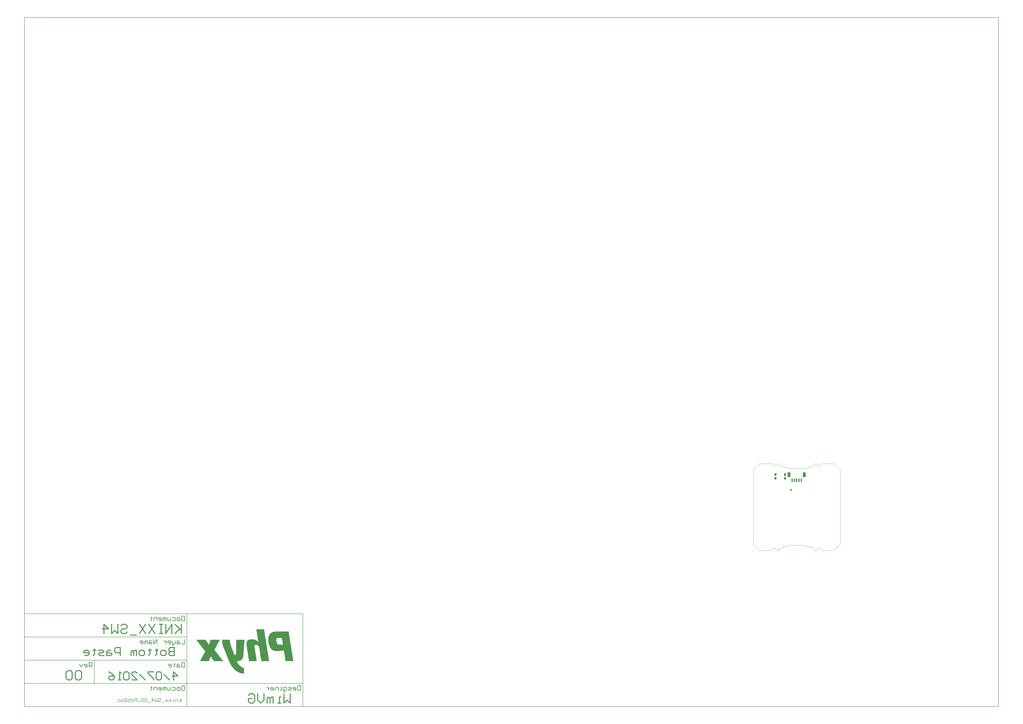
<source format=gbp>
G04 Layer_Color=128*
%FSLAX25Y25*%
%MOIN*%
G70*
G01*
G75*
%ADD10C,0.00787*%
%ADD43C,0.01575*%
%ADD45C,0.00984*%
%ADD46C,0.00394*%
%ADD56R,0.02362X0.06102*%
%ADD57R,0.04724X0.07874*%
%ADD58R,0.03543X0.03937*%
%ADD59C,0.03150*%
G36*
X-6906Y-225449D02*
Y-225736D01*
Y-226022D01*
Y-226308D01*
Y-226595D01*
Y-226881D01*
Y-227167D01*
Y-227453D01*
Y-227740D01*
Y-228026D01*
Y-228312D01*
Y-228599D01*
Y-228885D01*
Y-229171D01*
Y-229458D01*
Y-229744D01*
Y-230030D01*
Y-230317D01*
Y-230603D01*
Y-230889D01*
Y-231176D01*
X-6620D01*
Y-231462D01*
Y-231748D01*
Y-232034D01*
Y-232321D01*
Y-232607D01*
X-6334D01*
Y-232893D01*
Y-233180D01*
Y-233466D01*
Y-233752D01*
X-6047D01*
Y-234039D01*
Y-234325D01*
Y-234611D01*
Y-234898D01*
X-5761D01*
Y-235184D01*
Y-235470D01*
Y-235757D01*
X-5475D01*
Y-236043D01*
Y-236329D01*
Y-236615D01*
X-5189D01*
Y-236902D01*
Y-237188D01*
Y-237474D01*
X-4902D01*
Y-237761D01*
Y-238047D01*
Y-238333D01*
X-4616D01*
Y-238620D01*
Y-238906D01*
X-4329D01*
Y-239192D01*
Y-239479D01*
X-4043D01*
Y-239765D01*
Y-240051D01*
Y-240338D01*
X-3757D01*
Y-240624D01*
Y-240910D01*
X-3471D01*
Y-241196D01*
Y-241483D01*
Y-241769D01*
X-3184D01*
Y-242056D01*
Y-242342D01*
X-2898D01*
Y-242628D01*
Y-242914D01*
Y-243201D01*
X-2612D01*
Y-243487D01*
Y-243773D01*
X-2325D01*
Y-244060D01*
Y-244346D01*
Y-244632D01*
X-2039D01*
Y-244919D01*
Y-245205D01*
X-1753D01*
Y-245491D01*
Y-245778D01*
Y-246064D01*
X-1466D01*
Y-246350D01*
Y-246637D01*
X-1180D01*
Y-246923D01*
Y-247209D01*
Y-247495D01*
X-894D01*
Y-247782D01*
Y-248068D01*
X-607D01*
Y-248354D01*
Y-248641D01*
Y-248927D01*
X-321D01*
Y-249213D01*
Y-249500D01*
X-35D01*
Y-249786D01*
Y-250072D01*
Y-250359D01*
X251D01*
Y-250645D01*
Y-250931D01*
X538D01*
Y-251218D01*
Y-251504D01*
Y-251790D01*
X824D01*
Y-252076D01*
Y-252363D01*
X1110D01*
Y-252649D01*
Y-252935D01*
Y-253222D01*
X1397D01*
Y-253508D01*
Y-253794D01*
X1683D01*
Y-254081D01*
Y-254367D01*
Y-254653D01*
X1969D01*
Y-254940D01*
Y-255226D01*
X2256D01*
Y-255512D01*
Y-255799D01*
Y-256085D01*
X2542D01*
Y-256371D01*
Y-256657D01*
X2828D01*
Y-256944D01*
Y-257230D01*
Y-257516D01*
X3115D01*
Y-257803D01*
Y-258089D01*
X3401D01*
Y-258375D01*
Y-258662D01*
Y-258948D01*
X3687D01*
Y-259234D01*
Y-259521D01*
X3974D01*
Y-259807D01*
Y-260093D01*
Y-260380D01*
X4260D01*
Y-260666D01*
Y-260952D01*
X4546D01*
Y-261238D01*
Y-261525D01*
Y-261811D01*
X4832D01*
Y-262097D01*
Y-262384D01*
X5119D01*
Y-262670D01*
Y-262956D01*
X5405D01*
Y-263243D01*
Y-263529D01*
X5691D01*
Y-263815D01*
Y-264102D01*
Y-264388D01*
X5978D01*
Y-264674D01*
X6264D01*
Y-264961D01*
Y-265247D01*
Y-265533D01*
X6550D01*
Y-265819D01*
X6837D01*
Y-266106D01*
Y-266392D01*
X7123D01*
Y-266678D01*
Y-266965D01*
X7409D01*
Y-267251D01*
Y-267537D01*
X7696D01*
Y-267824D01*
Y-268110D01*
X7982D01*
Y-268396D01*
X8268D01*
Y-268683D01*
Y-268969D01*
X8555D01*
Y-269255D01*
Y-269542D01*
X8841D01*
Y-269828D01*
X9127D01*
Y-270114D01*
X9414D01*
Y-270400D01*
Y-270687D01*
X9700D01*
Y-270973D01*
X9986D01*
Y-271259D01*
Y-271546D01*
X10272D01*
Y-271832D01*
X10559D01*
Y-272118D01*
X10845D01*
Y-272405D01*
Y-272691D01*
X11131D01*
Y-272977D01*
X11418D01*
Y-273264D01*
X11704D01*
Y-273550D01*
X11990D01*
Y-273836D01*
X12277D01*
Y-274123D01*
Y-274409D01*
X12563D01*
Y-274695D01*
X12849D01*
Y-274981D01*
X13136D01*
Y-275268D01*
X13422D01*
Y-275554D01*
X13708D01*
Y-275840D01*
X13995D01*
Y-276127D01*
X14281D01*
Y-276413D01*
X14853D01*
Y-276699D01*
X15140D01*
Y-276986D01*
X15426D01*
Y-277272D01*
X15712D01*
Y-277558D01*
X15999D01*
Y-277845D01*
X16571D01*
Y-278131D01*
X16858D01*
Y-278417D01*
X17430D01*
Y-278703D01*
X17717D01*
Y-278990D01*
X18289D01*
Y-279276D01*
X18575D01*
Y-279562D01*
X19148D01*
Y-279849D01*
X19721D01*
Y-280135D01*
X20293D01*
Y-280421D01*
X20866D01*
Y-280708D01*
X21439D01*
Y-280994D01*
X22298D01*
Y-281280D01*
X22870D01*
Y-281567D01*
X23729D01*
Y-281853D01*
X24874D01*
Y-282139D01*
X26020D01*
Y-282426D01*
X27738D01*
Y-282712D01*
X29742D01*
Y-282998D01*
X30028D01*
Y-282712D01*
Y-282426D01*
Y-282139D01*
Y-281853D01*
Y-281567D01*
Y-281280D01*
Y-280994D01*
Y-280708D01*
Y-280421D01*
Y-280135D01*
Y-279849D01*
Y-279562D01*
Y-279276D01*
Y-278990D01*
Y-278703D01*
Y-278417D01*
Y-278131D01*
Y-277845D01*
Y-277558D01*
Y-277272D01*
Y-276986D01*
Y-276699D01*
Y-276413D01*
Y-276127D01*
Y-275840D01*
Y-275554D01*
Y-275268D01*
Y-274981D01*
Y-274695D01*
Y-274409D01*
Y-274123D01*
Y-273836D01*
Y-273550D01*
X29455D01*
Y-273264D01*
X28883D01*
Y-272977D01*
X28310D01*
Y-272691D01*
X27738D01*
Y-272405D01*
X27165D01*
Y-272118D01*
X26592D01*
Y-271832D01*
X26306D01*
Y-271546D01*
X25733D01*
Y-271259D01*
X25447D01*
Y-270973D01*
X24874D01*
Y-270687D01*
X24588D01*
Y-270400D01*
X24302D01*
Y-270114D01*
X23729D01*
Y-269828D01*
X23443D01*
Y-269542D01*
X23156D01*
Y-269255D01*
X22870D01*
Y-268969D01*
X22584D01*
Y-268683D01*
X22298D01*
Y-268396D01*
X22011D01*
Y-268110D01*
X21725D01*
Y-267824D01*
X21439D01*
Y-267537D01*
X21152D01*
Y-267251D01*
X20866D01*
Y-266965D01*
X20580D01*
Y-266678D01*
Y-266392D01*
X20293D01*
Y-266106D01*
X20007D01*
Y-265819D01*
X19721D01*
Y-265533D01*
Y-265247D01*
X19434D01*
Y-264961D01*
X19148D01*
Y-264674D01*
Y-264388D01*
X18862D01*
Y-264102D01*
Y-263815D01*
X18575D01*
Y-263529D01*
X18289D01*
Y-263243D01*
Y-262956D01*
X18003D01*
Y-262670D01*
Y-262384D01*
X17717D01*
Y-262097D01*
Y-261811D01*
X19434D01*
Y-261525D01*
X21439D01*
Y-261238D01*
X22584D01*
Y-260952D01*
X23156D01*
Y-260666D01*
X24015D01*
Y-260380D01*
X24588D01*
Y-260093D01*
X24874D01*
Y-259807D01*
X25447D01*
Y-259521D01*
X25733D01*
Y-259234D01*
X26020D01*
Y-258948D01*
X26306D01*
Y-258662D01*
X26592D01*
Y-258375D01*
X26879D01*
Y-258089D01*
Y-257803D01*
X27165D01*
Y-257516D01*
X27451D01*
Y-257230D01*
Y-256944D01*
X27738D01*
Y-256657D01*
Y-256371D01*
X28024D01*
Y-256085D01*
Y-255799D01*
X28310D01*
Y-255512D01*
Y-255226D01*
Y-254940D01*
X28596D01*
Y-254653D01*
Y-254367D01*
Y-254081D01*
Y-253794D01*
X28883D01*
Y-253508D01*
Y-253222D01*
Y-252935D01*
Y-252649D01*
Y-252363D01*
Y-252076D01*
Y-251790D01*
X29169D01*
Y-251504D01*
Y-251218D01*
Y-250931D01*
Y-250645D01*
Y-250359D01*
Y-250072D01*
Y-249786D01*
Y-249500D01*
Y-249213D01*
Y-248927D01*
Y-248641D01*
Y-248354D01*
Y-248068D01*
Y-247782D01*
Y-247495D01*
X29455D01*
Y-247209D01*
Y-246923D01*
Y-246637D01*
Y-246350D01*
Y-246064D01*
Y-245778D01*
Y-245491D01*
Y-245205D01*
Y-244919D01*
Y-244632D01*
Y-244346D01*
Y-244060D01*
Y-243773D01*
Y-243487D01*
Y-243201D01*
X29742D01*
Y-242914D01*
Y-242628D01*
Y-242342D01*
Y-242056D01*
Y-241769D01*
Y-241483D01*
Y-241196D01*
Y-240910D01*
Y-240624D01*
Y-240338D01*
Y-240051D01*
Y-239765D01*
Y-239479D01*
Y-239192D01*
Y-238906D01*
Y-238620D01*
X30028D01*
Y-238333D01*
Y-238047D01*
Y-237761D01*
Y-237474D01*
Y-237188D01*
Y-236902D01*
Y-236615D01*
Y-236329D01*
Y-236043D01*
Y-235757D01*
Y-235470D01*
Y-235184D01*
Y-234898D01*
Y-234611D01*
Y-234325D01*
Y-234039D01*
X30314D01*
Y-233752D01*
Y-233466D01*
Y-233180D01*
Y-232893D01*
Y-232607D01*
Y-232321D01*
Y-232034D01*
Y-231748D01*
Y-231462D01*
Y-231176D01*
Y-230889D01*
Y-230603D01*
Y-230317D01*
Y-230030D01*
X30601D01*
Y-229744D01*
Y-229458D01*
Y-229171D01*
Y-228885D01*
Y-228599D01*
Y-228312D01*
Y-228026D01*
Y-227740D01*
Y-227453D01*
Y-227167D01*
Y-226881D01*
Y-226595D01*
Y-226308D01*
Y-226022D01*
Y-225736D01*
Y-225449D01*
X30887D01*
Y-225163D01*
X17144D01*
Y-225449D01*
Y-225736D01*
Y-226022D01*
Y-226308D01*
Y-226595D01*
Y-226881D01*
Y-227167D01*
Y-227453D01*
Y-227740D01*
Y-228026D01*
Y-228312D01*
Y-228599D01*
Y-228885D01*
Y-229171D01*
X16858D01*
Y-229458D01*
Y-229744D01*
Y-230030D01*
Y-230317D01*
Y-230603D01*
Y-230889D01*
Y-231176D01*
Y-231462D01*
Y-231748D01*
Y-232034D01*
Y-232321D01*
Y-232607D01*
Y-232893D01*
Y-233180D01*
Y-233466D01*
Y-233752D01*
Y-234039D01*
Y-234325D01*
Y-234611D01*
Y-234898D01*
Y-235184D01*
Y-235470D01*
Y-235757D01*
Y-236043D01*
Y-236329D01*
Y-236615D01*
Y-236902D01*
Y-237188D01*
Y-237474D01*
Y-237761D01*
Y-238047D01*
Y-238333D01*
Y-238620D01*
Y-238906D01*
Y-239192D01*
Y-239479D01*
Y-239765D01*
Y-240051D01*
Y-240338D01*
Y-240624D01*
Y-240910D01*
X16571D01*
Y-241196D01*
X16858D01*
Y-241483D01*
Y-241769D01*
X16571D01*
Y-242056D01*
Y-242342D01*
Y-242628D01*
Y-242914D01*
Y-243201D01*
Y-243487D01*
Y-243773D01*
Y-244060D01*
Y-244346D01*
Y-244632D01*
Y-244919D01*
Y-245205D01*
Y-245491D01*
Y-245778D01*
Y-246064D01*
Y-246350D01*
Y-246637D01*
Y-246923D01*
Y-247209D01*
Y-247495D01*
Y-247782D01*
Y-248068D01*
Y-248354D01*
Y-248641D01*
Y-248927D01*
Y-249213D01*
X16285D01*
Y-249500D01*
Y-249786D01*
Y-250072D01*
X15999D01*
Y-250359D01*
X15712D01*
Y-250645D01*
X15426D01*
Y-250931D01*
X14567D01*
Y-251218D01*
X13708D01*
Y-250931D01*
X13422D01*
Y-250645D01*
Y-250359D01*
Y-250072D01*
X13136D01*
Y-249786D01*
Y-249500D01*
X12849D01*
Y-249213D01*
Y-248927D01*
Y-248641D01*
X12563D01*
Y-248354D01*
Y-248068D01*
Y-247782D01*
X12277D01*
Y-247495D01*
Y-247209D01*
Y-246923D01*
X11990D01*
Y-246637D01*
Y-246350D01*
Y-246064D01*
X11704D01*
Y-245778D01*
Y-245491D01*
X11418D01*
Y-245205D01*
Y-244919D01*
Y-244632D01*
X11131D01*
Y-244346D01*
Y-244060D01*
Y-243773D01*
X10845D01*
Y-243487D01*
Y-243201D01*
Y-242914D01*
X10559D01*
Y-242628D01*
Y-242342D01*
X10272D01*
Y-242056D01*
Y-241769D01*
Y-241483D01*
X9986D01*
Y-241196D01*
Y-240910D01*
Y-240624D01*
X9700D01*
Y-240338D01*
Y-240051D01*
Y-239765D01*
X9414D01*
Y-239479D01*
Y-239192D01*
X9127D01*
Y-238906D01*
Y-238620D01*
Y-238333D01*
X8841D01*
Y-238047D01*
Y-237761D01*
Y-237474D01*
X8555D01*
Y-237188D01*
Y-236902D01*
Y-236615D01*
X8268D01*
Y-236329D01*
Y-236043D01*
X7982D01*
Y-235757D01*
Y-235470D01*
Y-235184D01*
X7696D01*
Y-234898D01*
Y-234611D01*
Y-234325D01*
X7409D01*
Y-234039D01*
Y-233752D01*
Y-233466D01*
X7123D01*
Y-233180D01*
Y-232893D01*
Y-232607D01*
Y-232321D01*
X6837D01*
Y-232034D01*
Y-231748D01*
Y-231462D01*
Y-231176D01*
X6550D01*
Y-230889D01*
Y-230603D01*
Y-230317D01*
Y-230030D01*
Y-229744D01*
X6264D01*
Y-229458D01*
Y-229171D01*
Y-228885D01*
Y-228599D01*
Y-228312D01*
Y-228026D01*
X5978D01*
Y-227740D01*
Y-227453D01*
Y-227167D01*
Y-226881D01*
Y-226595D01*
Y-226308D01*
Y-226022D01*
Y-225736D01*
Y-225449D01*
Y-225163D01*
X-6906D01*
Y-225449D01*
D02*
G37*
G36*
X50929Y-207984D02*
Y-208271D01*
X51215D01*
Y-208557D01*
Y-208843D01*
Y-209130D01*
Y-209416D01*
Y-209702D01*
Y-209988D01*
X51501D01*
Y-210275D01*
Y-210561D01*
Y-210847D01*
Y-211134D01*
Y-211420D01*
Y-211706D01*
X51788D01*
Y-211993D01*
Y-212279D01*
Y-212565D01*
Y-212852D01*
Y-213138D01*
Y-213424D01*
Y-213710D01*
X52074D01*
Y-213997D01*
Y-214283D01*
Y-214569D01*
Y-214856D01*
Y-215142D01*
Y-215428D01*
X52360D01*
Y-215715D01*
Y-216001D01*
Y-216287D01*
Y-216574D01*
Y-216860D01*
Y-217146D01*
X52647D01*
Y-217432D01*
Y-217719D01*
Y-218005D01*
Y-218291D01*
Y-218578D01*
Y-218864D01*
Y-219150D01*
X52933D01*
Y-219437D01*
Y-219723D01*
Y-220009D01*
Y-220296D01*
Y-220582D01*
Y-220868D01*
X53219D01*
Y-221155D01*
Y-221441D01*
Y-221727D01*
Y-222013D01*
Y-222300D01*
Y-222586D01*
X53506D01*
Y-222872D01*
Y-223159D01*
Y-223445D01*
Y-223731D01*
Y-224018D01*
Y-224304D01*
X53792D01*
Y-224590D01*
Y-224877D01*
Y-225163D01*
Y-225449D01*
Y-225736D01*
Y-226022D01*
Y-226308D01*
X54078D01*
Y-226595D01*
Y-226881D01*
Y-227167D01*
Y-227453D01*
Y-227740D01*
Y-228026D01*
X54365D01*
Y-228312D01*
Y-228599D01*
X53792D01*
Y-228312D01*
X53506D01*
Y-228026D01*
X53219D01*
Y-227740D01*
X52647D01*
Y-227453D01*
X52360D01*
Y-227167D01*
X52074D01*
Y-226881D01*
X51501D01*
Y-226595D01*
X50929D01*
Y-226308D01*
X50643D01*
Y-226022D01*
X50070D01*
Y-225736D01*
X49211D01*
Y-225449D01*
X48638D01*
Y-225163D01*
X47779D01*
Y-224877D01*
X46348D01*
Y-224590D01*
X40049D01*
Y-224877D01*
X38904D01*
Y-225163D01*
X38045D01*
Y-225449D01*
X37472D01*
Y-225736D01*
X37186D01*
Y-226022D01*
X36613D01*
Y-226308D01*
X36327D01*
Y-226595D01*
X36041D01*
Y-226881D01*
X35754D01*
Y-227167D01*
X35468D01*
Y-227453D01*
Y-227740D01*
X35182D01*
Y-228026D01*
Y-228312D01*
X34895D01*
Y-228599D01*
Y-228885D01*
Y-229171D01*
X34609D01*
Y-229458D01*
Y-229744D01*
Y-230030D01*
Y-230317D01*
X34323D01*
Y-230603D01*
Y-230889D01*
Y-231176D01*
Y-231462D01*
Y-231748D01*
Y-232034D01*
Y-232321D01*
Y-232607D01*
Y-232893D01*
Y-233180D01*
Y-233466D01*
Y-233752D01*
Y-234039D01*
Y-234325D01*
Y-234611D01*
Y-234898D01*
Y-235184D01*
Y-235470D01*
X34609D01*
Y-235757D01*
Y-236043D01*
Y-236329D01*
Y-236615D01*
Y-236902D01*
Y-237188D01*
Y-237474D01*
X34895D01*
Y-237761D01*
Y-238047D01*
Y-238333D01*
Y-238620D01*
Y-238906D01*
Y-239192D01*
Y-239479D01*
X35182D01*
Y-239765D01*
Y-240051D01*
Y-240338D01*
Y-240624D01*
Y-240910D01*
Y-241196D01*
X35468D01*
Y-241483D01*
Y-241769D01*
Y-242056D01*
Y-242342D01*
Y-242628D01*
Y-242914D01*
X35754D01*
Y-243201D01*
Y-243487D01*
Y-243773D01*
Y-244060D01*
Y-244346D01*
Y-244632D01*
X36041D01*
Y-244919D01*
Y-245205D01*
Y-245491D01*
Y-245778D01*
Y-246064D01*
Y-246350D01*
Y-246637D01*
X36327D01*
Y-246923D01*
Y-247209D01*
Y-247495D01*
Y-247782D01*
Y-248068D01*
Y-248354D01*
X36613D01*
Y-248641D01*
Y-248927D01*
Y-249213D01*
Y-249500D01*
Y-249786D01*
Y-250072D01*
X36900D01*
Y-250359D01*
Y-250645D01*
Y-250931D01*
Y-251218D01*
Y-251504D01*
Y-251790D01*
Y-252076D01*
X37186D01*
Y-252363D01*
Y-252649D01*
Y-252935D01*
Y-253222D01*
Y-253508D01*
Y-253794D01*
X37472D01*
Y-254081D01*
Y-254367D01*
Y-254653D01*
Y-254940D01*
Y-255226D01*
Y-255512D01*
X37758D01*
Y-255799D01*
Y-256085D01*
Y-256371D01*
Y-256657D01*
Y-256944D01*
Y-257230D01*
X38045D01*
Y-257516D01*
Y-257803D01*
Y-258089D01*
Y-258375D01*
Y-258662D01*
Y-258948D01*
Y-259234D01*
X38331D01*
Y-259521D01*
Y-259807D01*
Y-260093D01*
Y-260380D01*
Y-260666D01*
Y-260952D01*
X38617D01*
Y-261238D01*
Y-261525D01*
X51788D01*
Y-261238D01*
Y-260952D01*
X51501D01*
Y-260666D01*
Y-260380D01*
Y-260093D01*
Y-259807D01*
Y-259521D01*
Y-259234D01*
X51215D01*
Y-258948D01*
Y-258662D01*
Y-258375D01*
Y-258089D01*
Y-257803D01*
Y-257516D01*
Y-257230D01*
X50929D01*
Y-256944D01*
Y-256657D01*
Y-256371D01*
Y-256085D01*
Y-255799D01*
Y-255512D01*
X50643D01*
Y-255226D01*
Y-254940D01*
Y-254653D01*
Y-254367D01*
Y-254081D01*
Y-253794D01*
X50356D01*
Y-253508D01*
Y-253222D01*
Y-252935D01*
Y-252649D01*
Y-252363D01*
Y-252076D01*
Y-251790D01*
X50070D01*
Y-251504D01*
Y-251218D01*
Y-250931D01*
Y-250645D01*
Y-250359D01*
Y-250072D01*
X49784D01*
Y-249786D01*
Y-249500D01*
Y-249213D01*
Y-248927D01*
Y-248641D01*
Y-248354D01*
Y-248068D01*
X49497D01*
Y-247782D01*
Y-247495D01*
Y-247209D01*
Y-246923D01*
Y-246637D01*
Y-246350D01*
X49211D01*
Y-246064D01*
Y-245778D01*
Y-245491D01*
Y-245205D01*
Y-244919D01*
Y-244632D01*
X48925D01*
Y-244346D01*
Y-244060D01*
Y-243773D01*
Y-243487D01*
Y-243201D01*
Y-242914D01*
X48638D01*
Y-242628D01*
Y-242342D01*
Y-242056D01*
Y-241769D01*
Y-241483D01*
Y-241196D01*
Y-240910D01*
X48352D01*
Y-240624D01*
Y-240338D01*
Y-240051D01*
Y-239765D01*
Y-239479D01*
Y-239192D01*
X48066D01*
Y-238906D01*
Y-238620D01*
Y-238333D01*
Y-238047D01*
Y-237761D01*
Y-237474D01*
Y-237188D01*
X47779D01*
Y-236902D01*
Y-236615D01*
Y-236329D01*
Y-236043D01*
Y-235757D01*
Y-235470D01*
X48066D01*
Y-235184D01*
Y-234898D01*
X48352D01*
Y-234611D01*
X48638D01*
Y-234325D01*
X49211D01*
Y-234039D01*
X50929D01*
Y-234325D01*
X52360D01*
Y-234611D01*
X53219D01*
Y-234898D01*
X53792D01*
Y-235184D01*
X54078D01*
Y-235470D01*
X54651D01*
Y-235757D01*
X54937D01*
Y-236043D01*
X55224D01*
Y-236329D01*
Y-236615D01*
X55510D01*
Y-236902D01*
Y-237188D01*
Y-237474D01*
X55796D01*
Y-237761D01*
Y-238047D01*
Y-238333D01*
Y-238620D01*
Y-238906D01*
Y-239192D01*
X56082D01*
Y-239479D01*
Y-239765D01*
Y-240051D01*
Y-240338D01*
Y-240624D01*
Y-240910D01*
Y-241196D01*
X56369D01*
Y-241483D01*
Y-241769D01*
Y-242056D01*
Y-242342D01*
Y-242628D01*
Y-242914D01*
X56655D01*
Y-243201D01*
Y-243487D01*
Y-243773D01*
Y-244060D01*
Y-244346D01*
Y-244632D01*
X56941D01*
Y-244919D01*
Y-245205D01*
Y-245491D01*
Y-245778D01*
Y-246064D01*
Y-246350D01*
X57228D01*
Y-246637D01*
Y-246923D01*
Y-247209D01*
Y-247495D01*
Y-247782D01*
Y-248068D01*
Y-248354D01*
X57514D01*
Y-248641D01*
Y-248927D01*
Y-249213D01*
Y-249500D01*
Y-249786D01*
Y-250072D01*
X57800D01*
Y-250359D01*
Y-250645D01*
Y-250931D01*
Y-251218D01*
Y-251504D01*
Y-251790D01*
X58087D01*
Y-252076D01*
Y-252363D01*
Y-252649D01*
Y-252935D01*
Y-253222D01*
Y-253508D01*
Y-253794D01*
X58373D01*
Y-254081D01*
Y-254367D01*
Y-254653D01*
Y-254940D01*
Y-255226D01*
Y-255512D01*
X58659D01*
Y-255799D01*
Y-256085D01*
Y-256371D01*
Y-256657D01*
Y-256944D01*
Y-257230D01*
X58946D01*
Y-257516D01*
Y-257803D01*
Y-258089D01*
Y-258375D01*
Y-258662D01*
Y-258948D01*
X59232D01*
Y-259234D01*
Y-259521D01*
Y-259807D01*
Y-260093D01*
Y-260380D01*
Y-260666D01*
Y-260952D01*
X59518D01*
Y-261238D01*
Y-261525D01*
X72689D01*
Y-261238D01*
Y-260952D01*
X72402D01*
Y-260666D01*
Y-260380D01*
Y-260093D01*
Y-259807D01*
Y-259521D01*
Y-259234D01*
Y-258948D01*
X72116D01*
Y-258662D01*
Y-258375D01*
Y-258089D01*
Y-257803D01*
Y-257516D01*
Y-257230D01*
X71830D01*
Y-256944D01*
Y-256657D01*
Y-256371D01*
Y-256085D01*
Y-255799D01*
Y-255512D01*
X71543D01*
Y-255226D01*
Y-254940D01*
Y-254653D01*
Y-254367D01*
Y-254081D01*
Y-253794D01*
Y-253508D01*
X71257D01*
Y-253222D01*
Y-252935D01*
Y-252649D01*
Y-252363D01*
Y-252076D01*
Y-251790D01*
X70971D01*
Y-251504D01*
Y-251218D01*
Y-250931D01*
Y-250645D01*
Y-250359D01*
Y-250072D01*
X70684D01*
Y-249786D01*
Y-249500D01*
Y-249213D01*
Y-248927D01*
Y-248641D01*
Y-248354D01*
X70398D01*
Y-248068D01*
Y-247782D01*
Y-247495D01*
Y-247209D01*
Y-246923D01*
Y-246637D01*
Y-246350D01*
X70112D01*
Y-246064D01*
Y-245778D01*
Y-245491D01*
Y-245205D01*
Y-244919D01*
Y-244632D01*
X69826D01*
Y-244346D01*
Y-244060D01*
Y-243773D01*
Y-243487D01*
Y-243201D01*
Y-242914D01*
X69539D01*
Y-242628D01*
Y-242342D01*
Y-242056D01*
Y-241769D01*
Y-241483D01*
Y-241196D01*
Y-240910D01*
X69253D01*
Y-240624D01*
Y-240338D01*
Y-240051D01*
Y-239765D01*
Y-239479D01*
Y-239192D01*
X68967D01*
Y-238906D01*
Y-238620D01*
Y-238333D01*
Y-238047D01*
Y-237761D01*
Y-237474D01*
X68680D01*
Y-237188D01*
Y-236902D01*
Y-236615D01*
Y-236329D01*
Y-236043D01*
Y-235757D01*
X68394D01*
Y-235470D01*
Y-235184D01*
Y-234898D01*
Y-234611D01*
Y-234325D01*
Y-234039D01*
Y-233752D01*
X68108D01*
Y-233466D01*
Y-233180D01*
Y-232893D01*
Y-232607D01*
Y-232321D01*
Y-232034D01*
X67821D01*
Y-231748D01*
Y-231462D01*
Y-231176D01*
Y-230889D01*
Y-230603D01*
Y-230317D01*
X67535D01*
Y-230030D01*
Y-229744D01*
Y-229458D01*
Y-229171D01*
Y-228885D01*
Y-228599D01*
X67249D01*
Y-228312D01*
Y-228026D01*
Y-227740D01*
Y-227453D01*
Y-227167D01*
Y-226881D01*
Y-226595D01*
X66962D01*
Y-226308D01*
Y-226022D01*
Y-225736D01*
Y-225449D01*
Y-225163D01*
Y-224877D01*
X66676D01*
Y-224590D01*
Y-224304D01*
Y-224018D01*
Y-223731D01*
Y-223445D01*
Y-223159D01*
X66390D01*
Y-222872D01*
Y-222586D01*
Y-222300D01*
Y-222013D01*
Y-221727D01*
Y-221441D01*
Y-221155D01*
X66103D01*
Y-220868D01*
Y-220582D01*
Y-220296D01*
Y-220009D01*
Y-219723D01*
Y-219437D01*
X65817D01*
Y-219150D01*
Y-218864D01*
Y-218578D01*
Y-218291D01*
Y-218005D01*
Y-217719D01*
X65531D01*
Y-217432D01*
Y-217146D01*
Y-216860D01*
Y-216574D01*
Y-216287D01*
Y-216001D01*
X65245D01*
Y-215715D01*
Y-215428D01*
Y-215142D01*
Y-214856D01*
Y-214569D01*
Y-214283D01*
Y-213997D01*
X64958D01*
Y-213710D01*
Y-213424D01*
Y-213138D01*
Y-212852D01*
Y-212565D01*
Y-212279D01*
X64672D01*
Y-211993D01*
Y-211706D01*
Y-211420D01*
Y-211134D01*
Y-210847D01*
Y-210561D01*
X64385D01*
Y-210275D01*
Y-209988D01*
Y-209702D01*
Y-209416D01*
Y-209130D01*
Y-208843D01*
Y-208557D01*
X64099D01*
Y-208271D01*
Y-207984D01*
Y-207698D01*
X50929D01*
Y-207984D01*
D02*
G37*
G36*
X82137Y-211420D02*
X80419D01*
Y-211706D01*
X79560D01*
Y-211993D01*
X78701D01*
Y-212279D01*
X77842D01*
Y-212565D01*
X77270D01*
Y-212852D01*
X76983D01*
Y-213138D01*
X76411D01*
Y-213424D01*
X76124D01*
Y-213710D01*
X75552D01*
Y-213997D01*
X75265D01*
Y-214283D01*
X74979D01*
Y-214569D01*
X74693D01*
Y-214856D01*
X74406D01*
Y-215142D01*
X74120D01*
Y-215428D01*
X73834D01*
Y-215715D01*
Y-216001D01*
X73548D01*
Y-216287D01*
X73261D01*
Y-216574D01*
Y-216860D01*
X72975D01*
Y-217146D01*
X72689D01*
Y-217432D01*
Y-217719D01*
X72402D01*
Y-218005D01*
Y-218291D01*
Y-218578D01*
X72116D01*
Y-218864D01*
Y-219150D01*
Y-219437D01*
X71830D01*
Y-219723D01*
Y-220009D01*
Y-220296D01*
Y-220582D01*
X71543D01*
Y-220868D01*
Y-221155D01*
Y-221441D01*
Y-221727D01*
Y-222013D01*
X71257D01*
Y-222300D01*
Y-222586D01*
Y-222872D01*
Y-223159D01*
Y-223445D01*
Y-223731D01*
Y-224018D01*
Y-224304D01*
Y-224590D01*
Y-224877D01*
Y-225163D01*
Y-225449D01*
Y-225736D01*
Y-226022D01*
Y-226308D01*
Y-226595D01*
Y-226881D01*
Y-227167D01*
Y-227453D01*
Y-227740D01*
X71543D01*
Y-228026D01*
Y-228312D01*
Y-228599D01*
Y-228885D01*
Y-229171D01*
Y-229458D01*
Y-229744D01*
X71830D01*
Y-230030D01*
Y-230317D01*
Y-230603D01*
Y-230889D01*
Y-231176D01*
X72116D01*
Y-231462D01*
Y-231748D01*
Y-232034D01*
Y-232321D01*
Y-232607D01*
X72402D01*
Y-232893D01*
Y-233180D01*
Y-233466D01*
X72689D01*
Y-233752D01*
Y-234039D01*
Y-234325D01*
Y-234611D01*
X72975D01*
Y-234898D01*
Y-235184D01*
Y-235470D01*
X73261D01*
Y-235757D01*
Y-236043D01*
X73548D01*
Y-236329D01*
Y-236615D01*
Y-236902D01*
X73834D01*
Y-237188D01*
Y-237474D01*
X74120D01*
Y-237761D01*
Y-238047D01*
X74406D01*
Y-238333D01*
Y-238620D01*
X74693D01*
Y-238906D01*
X74979D01*
Y-239192D01*
Y-239479D01*
X75265D01*
Y-239765D01*
X75552D01*
Y-240051D01*
X75838D01*
Y-240338D01*
Y-240624D01*
X76124D01*
Y-240910D01*
X76411D01*
Y-241196D01*
X76697D01*
Y-241483D01*
X76983D01*
Y-241769D01*
X77270D01*
Y-242056D01*
X77842D01*
Y-242342D01*
X78128D01*
Y-242628D01*
X78701D01*
Y-242914D01*
X78987D01*
Y-243201D01*
X79560D01*
Y-243487D01*
X80419D01*
Y-243773D01*
X81278D01*
Y-244060D01*
X82137D01*
Y-244346D01*
X83855D01*
Y-244632D01*
X89008D01*
Y-244346D01*
X91585D01*
Y-244060D01*
X93589D01*
Y-243773D01*
X95021D01*
Y-243487D01*
X96453D01*
Y-243201D01*
X97884D01*
Y-243487D01*
Y-243773D01*
Y-244060D01*
Y-244346D01*
Y-244632D01*
Y-244919D01*
Y-245205D01*
X98170D01*
Y-245491D01*
Y-245778D01*
Y-246064D01*
Y-246350D01*
Y-246637D01*
Y-246923D01*
X98457D01*
Y-247209D01*
Y-247495D01*
Y-247782D01*
Y-248068D01*
Y-248354D01*
Y-248641D01*
X98743D01*
Y-248927D01*
Y-249213D01*
Y-249500D01*
Y-249786D01*
Y-250072D01*
Y-250359D01*
Y-250645D01*
X99029D01*
Y-250931D01*
Y-251218D01*
Y-251504D01*
Y-251790D01*
Y-252076D01*
Y-252363D01*
X99316D01*
Y-252649D01*
Y-252935D01*
Y-253222D01*
Y-253508D01*
Y-253794D01*
Y-254081D01*
X99602D01*
Y-254367D01*
Y-254653D01*
Y-254940D01*
Y-255226D01*
Y-255512D01*
Y-255799D01*
Y-256085D01*
X99888D01*
Y-256371D01*
Y-256657D01*
Y-256944D01*
Y-257230D01*
Y-257516D01*
Y-257803D01*
X100175D01*
Y-258089D01*
Y-258375D01*
Y-258662D01*
Y-258948D01*
Y-259234D01*
Y-259521D01*
X100461D01*
Y-259807D01*
Y-260093D01*
Y-260380D01*
Y-260666D01*
Y-260952D01*
Y-261238D01*
Y-261525D01*
X113918D01*
Y-261238D01*
X113631D01*
Y-260952D01*
Y-260666D01*
Y-260380D01*
Y-260093D01*
Y-259807D01*
X113345D01*
Y-259521D01*
Y-259234D01*
Y-258948D01*
Y-258662D01*
Y-258375D01*
Y-258089D01*
Y-257803D01*
X113059D01*
Y-257516D01*
Y-257230D01*
Y-256944D01*
Y-256657D01*
Y-256371D01*
Y-256085D01*
X112772D01*
Y-255799D01*
Y-255512D01*
Y-255226D01*
Y-254940D01*
Y-254653D01*
Y-254367D01*
X112486D01*
Y-254081D01*
Y-253794D01*
Y-253508D01*
Y-253222D01*
Y-252935D01*
Y-252649D01*
Y-252363D01*
X112200D01*
Y-252076D01*
Y-251790D01*
Y-251504D01*
Y-251218D01*
Y-250931D01*
Y-250645D01*
X111914D01*
Y-250359D01*
Y-250072D01*
Y-249786D01*
Y-249500D01*
Y-249213D01*
Y-248927D01*
X111627D01*
Y-248641D01*
Y-248354D01*
Y-248068D01*
Y-247782D01*
Y-247495D01*
Y-247209D01*
X111341D01*
Y-246923D01*
Y-246637D01*
Y-246350D01*
Y-246064D01*
Y-245778D01*
Y-245491D01*
Y-245205D01*
X111055D01*
Y-244919D01*
Y-244632D01*
Y-244346D01*
Y-244060D01*
Y-243773D01*
Y-243487D01*
X110768D01*
Y-243201D01*
Y-242914D01*
Y-242628D01*
Y-242342D01*
Y-242056D01*
Y-241769D01*
X110482D01*
Y-241483D01*
Y-241196D01*
Y-240910D01*
Y-240624D01*
Y-240338D01*
Y-240051D01*
X110196D01*
Y-239765D01*
Y-239479D01*
Y-239192D01*
Y-238906D01*
Y-238620D01*
Y-238333D01*
Y-238047D01*
X109909D01*
Y-237761D01*
Y-237474D01*
Y-237188D01*
Y-236902D01*
Y-236615D01*
Y-236329D01*
X109623D01*
Y-236043D01*
Y-235757D01*
Y-235470D01*
Y-235184D01*
Y-234898D01*
Y-234611D01*
X109337D01*
Y-234325D01*
Y-234039D01*
Y-233752D01*
Y-233466D01*
Y-233180D01*
Y-232893D01*
Y-232607D01*
X109050D01*
Y-232321D01*
Y-232034D01*
Y-231748D01*
Y-231462D01*
Y-231176D01*
Y-230889D01*
X108764D01*
Y-230603D01*
Y-230317D01*
Y-230030D01*
Y-229744D01*
Y-229458D01*
Y-229171D01*
X108478D01*
Y-228885D01*
Y-228599D01*
Y-228312D01*
Y-228026D01*
Y-227740D01*
Y-227453D01*
X108191D01*
Y-227167D01*
Y-226881D01*
Y-226595D01*
Y-226308D01*
Y-226022D01*
Y-225736D01*
Y-225449D01*
X107905D01*
Y-225163D01*
Y-224877D01*
Y-224590D01*
Y-224304D01*
Y-224018D01*
Y-223731D01*
X107619D01*
Y-223445D01*
Y-223159D01*
Y-222872D01*
Y-222586D01*
Y-222300D01*
Y-222013D01*
X107332D01*
Y-221727D01*
Y-221441D01*
Y-221155D01*
Y-220868D01*
Y-220582D01*
Y-220296D01*
Y-220009D01*
X107046D01*
Y-219723D01*
Y-219437D01*
Y-219150D01*
Y-218864D01*
Y-218578D01*
Y-218291D01*
X106760D01*
Y-218005D01*
Y-217719D01*
Y-217432D01*
Y-217146D01*
Y-216860D01*
Y-216574D01*
X106474D01*
Y-216287D01*
Y-216001D01*
Y-215715D01*
Y-215428D01*
Y-215142D01*
Y-214856D01*
Y-214569D01*
X106187D01*
Y-214283D01*
Y-213997D01*
Y-213710D01*
Y-213424D01*
Y-213138D01*
Y-212852D01*
X105901D01*
Y-212565D01*
Y-212279D01*
Y-211993D01*
Y-211706D01*
Y-211420D01*
Y-211134D01*
X82137D01*
Y-211420D01*
D02*
G37*
G36*
X-50999Y-225449D02*
X-50712D01*
Y-225736D01*
X-50426D01*
Y-226022D01*
Y-226308D01*
X-50140D01*
Y-226595D01*
X-49853D01*
Y-226881D01*
X-49567D01*
Y-227167D01*
Y-227453D01*
X-49281D01*
Y-227740D01*
X-48994D01*
Y-228026D01*
X-48708D01*
Y-228312D01*
X-48422D01*
Y-228599D01*
Y-228885D01*
X-48135D01*
Y-229171D01*
X-47849D01*
Y-229458D01*
X-47563D01*
Y-229744D01*
Y-230030D01*
X-47276D01*
Y-230317D01*
X-46990D01*
Y-230603D01*
X-46704D01*
Y-230889D01*
X-46417D01*
Y-231176D01*
Y-231462D01*
X-46131D01*
Y-231748D01*
X-45845D01*
Y-232034D01*
X-45559D01*
Y-232321D01*
Y-232607D01*
X-45272D01*
Y-232893D01*
X-44986D01*
Y-233180D01*
X-44700D01*
Y-233466D01*
Y-233752D01*
X-44413D01*
Y-234039D01*
X-44127D01*
Y-234325D01*
X-43841D01*
Y-234611D01*
X-43554D01*
Y-234898D01*
Y-235184D01*
X-43268D01*
Y-235470D01*
X-42982D01*
Y-235757D01*
X-42696D01*
Y-236043D01*
Y-236329D01*
X-42409D01*
Y-236615D01*
X-42123D01*
Y-236902D01*
X-41837D01*
Y-237188D01*
Y-237474D01*
X-41550D01*
Y-237761D01*
X-41264D01*
Y-238047D01*
X-40978D01*
Y-238333D01*
X-40691D01*
Y-238620D01*
Y-238906D01*
X-40405D01*
Y-239192D01*
X-40119D01*
Y-239479D01*
X-39832D01*
Y-239765D01*
Y-240051D01*
X-39546D01*
Y-240338D01*
X-39260D01*
Y-240624D01*
X-38973D01*
Y-240910D01*
Y-241196D01*
X-38687D01*
Y-241483D01*
X-38401D01*
Y-241769D01*
X-38115D01*
Y-242056D01*
X-37828D01*
Y-242342D01*
Y-242628D01*
X-37542D01*
Y-242914D01*
X-37255D01*
Y-243201D01*
X-36969D01*
Y-243487D01*
Y-243773D01*
X-36683D01*
Y-244060D01*
X-36397D01*
Y-244346D01*
X-36110D01*
Y-244632D01*
X-35824D01*
Y-244919D01*
Y-245205D01*
X-36110D01*
Y-245491D01*
Y-245778D01*
X-36397D01*
Y-246064D01*
Y-246350D01*
X-36683D01*
Y-246637D01*
X-36969D01*
Y-246923D01*
Y-247209D01*
X-37255D01*
Y-247495D01*
Y-247782D01*
X-37542D01*
Y-248068D01*
Y-248354D01*
X-37828D01*
Y-248641D01*
Y-248927D01*
X-38115D01*
Y-249213D01*
Y-249500D01*
X-38401D01*
Y-249786D01*
Y-250072D01*
X-38687D01*
Y-250359D01*
Y-250645D01*
X-38973D01*
Y-250931D01*
Y-251218D01*
X-39260D01*
Y-251504D01*
X-39546D01*
Y-251790D01*
Y-252076D01*
X-39832D01*
Y-252363D01*
Y-252649D01*
X-40119D01*
Y-252935D01*
Y-253222D01*
X-40405D01*
Y-253508D01*
Y-253794D01*
X-40691D01*
Y-254081D01*
Y-254367D01*
X-40978D01*
Y-254653D01*
Y-254940D01*
X-41264D01*
Y-255226D01*
Y-255512D01*
X-41550D01*
Y-255799D01*
X-41837D01*
Y-256085D01*
Y-256371D01*
X-42123D01*
Y-256657D01*
Y-256944D01*
X-42409D01*
Y-257230D01*
Y-257516D01*
X-42696D01*
Y-257803D01*
Y-258089D01*
X-42982D01*
Y-258375D01*
Y-258662D01*
X-43268D01*
Y-258948D01*
Y-259234D01*
X-43554D01*
Y-259521D01*
Y-259807D01*
X-43841D01*
Y-260093D01*
X-44127D01*
Y-260380D01*
Y-260666D01*
X-44413D01*
Y-260952D01*
Y-261238D01*
X-44700D01*
Y-261525D01*
X-29525D01*
Y-261238D01*
X-29239D01*
Y-260952D01*
Y-260666D01*
Y-260380D01*
X-28953D01*
Y-260093D01*
Y-259807D01*
Y-259521D01*
X-28666D01*
Y-259234D01*
Y-258948D01*
X-28380D01*
Y-258662D01*
Y-258375D01*
Y-258089D01*
X-28093D01*
Y-257803D01*
Y-257516D01*
Y-257230D01*
X-27807D01*
Y-256944D01*
Y-256657D01*
X-27521D01*
Y-256371D01*
Y-256085D01*
Y-255799D01*
X-27235D01*
Y-255512D01*
Y-255226D01*
Y-254940D01*
X-26948D01*
Y-254653D01*
Y-254367D01*
Y-254081D01*
X-26662D01*
Y-253794D01*
X-26089D01*
Y-254081D01*
Y-254367D01*
X-25803D01*
Y-254653D01*
X-25517D01*
Y-254940D01*
Y-255226D01*
X-25230D01*
Y-255512D01*
X-24944D01*
Y-255799D01*
Y-256085D01*
X-24658D01*
Y-256371D01*
X-24371D01*
Y-256657D01*
Y-256944D01*
X-24085D01*
Y-257230D01*
X-23799D01*
Y-257516D01*
X-23513D01*
Y-257803D01*
Y-258089D01*
X-23226D01*
Y-258375D01*
X-22940D01*
Y-258662D01*
Y-258948D01*
X-22654D01*
Y-259234D01*
X-22367D01*
Y-259521D01*
Y-259807D01*
X-22081D01*
Y-260093D01*
X-21795D01*
Y-260380D01*
Y-260666D01*
X-21508D01*
Y-260952D01*
X-21222D01*
Y-261238D01*
Y-261525D01*
X-5189D01*
Y-261238D01*
X-5475D01*
Y-260952D01*
X-5761D01*
Y-260666D01*
X-6047D01*
Y-260380D01*
X-6334D01*
Y-260093D01*
Y-259807D01*
X-6620D01*
Y-259521D01*
X-6906D01*
Y-259234D01*
X-7193D01*
Y-258948D01*
X-7479D01*
Y-258662D01*
Y-258375D01*
X-7765D01*
Y-258089D01*
X-8052D01*
Y-257803D01*
X-8338D01*
Y-257516D01*
Y-257230D01*
X-8624D01*
Y-256944D01*
X-8911D01*
Y-256657D01*
X-9197D01*
Y-256371D01*
X-9483D01*
Y-256085D01*
Y-255799D01*
X-9770D01*
Y-255512D01*
X-10056D01*
Y-255226D01*
X-10342D01*
Y-254940D01*
X-10628D01*
Y-254653D01*
Y-254367D01*
X-10915D01*
Y-254081D01*
X-11201D01*
Y-253794D01*
X-11487D01*
Y-253508D01*
Y-253222D01*
X-11774D01*
Y-252935D01*
X-12060D01*
Y-252649D01*
X-12346D01*
Y-252363D01*
X-12633D01*
Y-252076D01*
Y-251790D01*
X-12919D01*
Y-251504D01*
X-13205D01*
Y-251218D01*
X-13492D01*
Y-250931D01*
Y-250645D01*
X-13778D01*
Y-250359D01*
X-14064D01*
Y-250072D01*
X-14351D01*
Y-249786D01*
X-14637D01*
Y-249500D01*
Y-249213D01*
X-14923D01*
Y-248927D01*
X-15209D01*
Y-248641D01*
X-15496D01*
Y-248354D01*
Y-248068D01*
X-15782D01*
Y-247782D01*
X-16068D01*
Y-247495D01*
X-16355D01*
Y-247209D01*
X-16641D01*
Y-246923D01*
Y-246637D01*
X-16927D01*
Y-246350D01*
X-17214D01*
Y-246064D01*
X-17500D01*
Y-245778D01*
X-17786D01*
Y-245491D01*
Y-245205D01*
X-18073D01*
Y-244919D01*
X-18359D01*
Y-244632D01*
X-18645D01*
Y-244346D01*
Y-244060D01*
X-18932D01*
Y-243773D01*
X-19218D01*
Y-243487D01*
X-19504D01*
Y-243201D01*
X-19791D01*
Y-242914D01*
Y-242628D01*
X-20077D01*
Y-242342D01*
Y-242056D01*
Y-241769D01*
X-19791D01*
Y-241483D01*
X-19504D01*
Y-241196D01*
Y-240910D01*
X-19218D01*
Y-240624D01*
Y-240338D01*
X-18932D01*
Y-240051D01*
Y-239765D01*
X-18645D01*
Y-239479D01*
Y-239192D01*
X-18359D01*
Y-238906D01*
Y-238620D01*
X-18073D01*
Y-238333D01*
Y-238047D01*
X-17786D01*
Y-237761D01*
X-17500D01*
Y-237474D01*
Y-237188D01*
X-17214D01*
Y-236902D01*
Y-236615D01*
X-16927D01*
Y-236329D01*
Y-236043D01*
X-16641D01*
Y-235757D01*
Y-235470D01*
X-16355D01*
Y-235184D01*
Y-234898D01*
X-16068D01*
Y-234611D01*
Y-234325D01*
X-15782D01*
Y-234039D01*
X-15496D01*
Y-233752D01*
Y-233466D01*
X-15209D01*
Y-233180D01*
Y-232893D01*
X-14923D01*
Y-232607D01*
Y-232321D01*
X-14637D01*
Y-232034D01*
Y-231748D01*
X-14351D01*
Y-231462D01*
Y-231176D01*
X-14064D01*
Y-230889D01*
Y-230603D01*
X-13778D01*
Y-230317D01*
Y-230030D01*
X-13492D01*
Y-229744D01*
X-13205D01*
Y-229458D01*
Y-229171D01*
X-12919D01*
Y-228885D01*
Y-228599D01*
X-12633D01*
Y-228312D01*
Y-228026D01*
X-12346D01*
Y-227740D01*
Y-227453D01*
X-12060D01*
Y-227167D01*
Y-226881D01*
X-11774D01*
Y-226595D01*
Y-226308D01*
X-11487D01*
Y-226022D01*
X-11201D01*
Y-225736D01*
Y-225449D01*
X-10915D01*
Y-225163D01*
X-26662D01*
Y-225449D01*
X-26948D01*
Y-225736D01*
Y-226022D01*
Y-226308D01*
X-27235D01*
Y-226595D01*
Y-226881D01*
Y-227167D01*
X-27521D01*
Y-227453D01*
Y-227740D01*
Y-228026D01*
X-27807D01*
Y-228312D01*
Y-228599D01*
Y-228885D01*
X-28093D01*
Y-229171D01*
Y-229458D01*
Y-229744D01*
X-28380D01*
Y-230030D01*
Y-230317D01*
Y-230603D01*
X-28666D01*
Y-230889D01*
Y-231176D01*
Y-231462D01*
X-28953D01*
Y-231748D01*
Y-232034D01*
Y-232321D01*
X-29239D01*
Y-232607D01*
Y-232893D01*
Y-233180D01*
Y-233466D01*
X-29811D01*
Y-233180D01*
X-30098D01*
Y-232893D01*
X-30384D01*
Y-232607D01*
Y-232321D01*
X-30670D01*
Y-232034D01*
X-30957D01*
Y-231748D01*
Y-231462D01*
X-31243D01*
Y-231176D01*
X-31529D01*
Y-230889D01*
Y-230603D01*
X-31816D01*
Y-230317D01*
X-32102D01*
Y-230030D01*
Y-229744D01*
X-32388D01*
Y-229458D01*
X-32675D01*
Y-229171D01*
Y-228885D01*
X-32961D01*
Y-228599D01*
X-33247D01*
Y-228312D01*
Y-228026D01*
X-33533D01*
Y-227740D01*
X-33820D01*
Y-227453D01*
Y-227167D01*
X-34106D01*
Y-226881D01*
X-34392D01*
Y-226595D01*
Y-226308D01*
X-34679D01*
Y-226022D01*
X-34965D01*
Y-225736D01*
Y-225449D01*
X-35251D01*
Y-225163D01*
X-50999D01*
Y-225449D01*
D02*
G37*
%LPC*%
G36*
X86432Y-222300D02*
X94448D01*
Y-222586D01*
Y-222872D01*
Y-223159D01*
Y-223445D01*
Y-223731D01*
X94735D01*
Y-224018D01*
Y-224304D01*
Y-224590D01*
Y-224877D01*
Y-225163D01*
Y-225449D01*
X95021D01*
Y-225736D01*
Y-226022D01*
Y-226308D01*
Y-226595D01*
Y-226881D01*
Y-227167D01*
X95307D01*
Y-227453D01*
Y-227740D01*
Y-228026D01*
Y-228312D01*
Y-228599D01*
Y-228885D01*
X95594D01*
Y-229171D01*
Y-229458D01*
Y-229744D01*
Y-230030D01*
Y-230317D01*
Y-230603D01*
Y-230889D01*
X95880D01*
Y-231176D01*
Y-231462D01*
Y-231748D01*
Y-232034D01*
Y-232321D01*
Y-232607D01*
X96166D01*
Y-232893D01*
Y-233180D01*
Y-233466D01*
X89008D01*
Y-233180D01*
X87863D01*
Y-232893D01*
X87291D01*
Y-232607D01*
X87004D01*
Y-232321D01*
X86718D01*
Y-232034D01*
X86432D01*
Y-231748D01*
X86145D01*
Y-231462D01*
Y-231176D01*
X85859D01*
Y-230889D01*
Y-230603D01*
X85573D01*
Y-230317D01*
Y-230030D01*
X85286D01*
Y-229744D01*
Y-229458D01*
Y-229171D01*
Y-228885D01*
X85000D01*
Y-228599D01*
Y-228312D01*
Y-228026D01*
Y-227740D01*
Y-227453D01*
X84714D01*
Y-227167D01*
Y-226881D01*
Y-226595D01*
Y-226308D01*
Y-226022D01*
Y-225736D01*
Y-225449D01*
Y-225163D01*
Y-224877D01*
Y-224590D01*
Y-224304D01*
X85000D01*
Y-224018D01*
Y-223731D01*
X85286D01*
Y-223445D01*
Y-223159D01*
X85573D01*
Y-222872D01*
X85859D01*
Y-222586D01*
X86432D01*
Y-222300D01*
D02*
G37*
%LPD*%
D10*
X1311024Y-338583D02*
X-342520D01*
X1311024D02*
Y830709D01*
X-342520Y-338583D02*
Y830709D01*
X1311024D02*
X-342520D01*
X-66929Y-338583D02*
Y-181102D01*
X129921Y-338583D02*
Y-181102D01*
X-342520D01*
X129921Y-299213D02*
X-342520D01*
X-66929Y-259842D02*
X-342520D01*
X-66929Y-220473D02*
X-342520D01*
X-224410Y-299213D02*
Y-259842D01*
X-76772Y-330709D02*
Y-324805D01*
Y-328741D02*
X-79724Y-326773D01*
X-76772Y-328741D02*
X-79724Y-330709D01*
X-82675D02*
Y-326773D01*
X-85627D01*
X-86611Y-327757D01*
Y-330709D01*
X-88579D02*
X-90547D01*
X-89563D01*
Y-326773D01*
X-88579D01*
X-93498D02*
X-97434Y-330709D01*
X-95466Y-328741D01*
X-97434Y-326773D01*
X-93498Y-330709D01*
X-99402Y-326773D02*
X-103338Y-330709D01*
X-101370Y-328741D01*
X-103338Y-326773D01*
X-99402Y-330709D01*
X-105306Y-331693D02*
X-109241D01*
X-115145Y-325789D02*
X-114161Y-324805D01*
X-112193D01*
X-111209Y-325789D01*
Y-326773D01*
X-112193Y-327757D01*
X-114161D01*
X-115145Y-328741D01*
Y-329725D01*
X-114161Y-330709D01*
X-112193D01*
X-111209Y-329725D01*
X-117113Y-324805D02*
Y-330709D01*
X-119081Y-328741D01*
X-121049Y-330709D01*
Y-324805D01*
X-125968Y-330709D02*
Y-324805D01*
X-123017Y-327757D01*
X-126952D01*
X-128920Y-331693D02*
X-132856D01*
X-134824Y-325789D02*
X-135808Y-324805D01*
X-137776D01*
X-138759Y-325789D01*
Y-329725D01*
X-137776Y-330709D01*
X-135808D01*
X-134824Y-329725D01*
Y-325789D01*
X-140727D02*
X-141711Y-324805D01*
X-143679D01*
X-144663Y-325789D01*
Y-329725D01*
X-143679Y-330709D01*
X-141711D01*
X-140727Y-329725D01*
Y-325789D01*
X-146631Y-330709D02*
Y-329725D01*
X-147615D01*
Y-330709D01*
X-146631D01*
X-151551D02*
Y-324805D01*
X-154502D01*
X-155486Y-325789D01*
Y-327757D01*
X-154502Y-328741D01*
X-151551D01*
X-161390Y-326773D02*
X-158438D01*
X-157454Y-327757D01*
Y-329725D01*
X-158438Y-330709D01*
X-161390D01*
X-163358Y-324805D02*
Y-330709D01*
X-166310D01*
X-167294Y-329725D01*
Y-328741D01*
Y-327757D01*
X-166310Y-326773D01*
X-163358D01*
X-169261Y-324805D02*
Y-330709D01*
X-172213D01*
X-173197Y-329725D01*
Y-325789D01*
X-172213Y-324805D01*
X-169261D01*
X-176149Y-330709D02*
X-178117D01*
X-179101Y-329725D01*
Y-327757D01*
X-178117Y-326773D01*
X-176149D01*
X-175165Y-327757D01*
Y-329725D01*
X-176149Y-330709D01*
X-185004Y-326773D02*
X-182053D01*
X-181069Y-327757D01*
Y-329725D01*
X-182053Y-330709D01*
X-185004D01*
D43*
X-88583Y-238193D02*
Y-251969D01*
X-95470D01*
X-97766Y-249673D01*
Y-247377D01*
X-95470Y-245081D01*
X-88583D01*
X-95470D01*
X-97766Y-242785D01*
Y-240489D01*
X-95470Y-238193D01*
X-88583D01*
X-104654Y-251969D02*
X-109245D01*
X-111541Y-249673D01*
Y-245081D01*
X-109245Y-242785D01*
X-104654D01*
X-102358Y-245081D01*
Y-249673D01*
X-104654Y-251969D01*
X-118429Y-240489D02*
Y-242785D01*
X-116133D01*
X-120724D01*
X-118429D01*
Y-249673D01*
X-120724Y-251969D01*
X-129908Y-240489D02*
Y-242785D01*
X-127612D01*
X-132204D01*
X-129908D01*
Y-249673D01*
X-132204Y-251969D01*
X-141387D02*
X-145979D01*
X-148275Y-249673D01*
Y-245081D01*
X-145979Y-242785D01*
X-141387D01*
X-139091Y-245081D01*
Y-249673D01*
X-141387Y-251969D01*
X-152866D02*
Y-242785D01*
X-155162D01*
X-157458Y-245081D01*
Y-251969D01*
Y-245081D01*
X-159754Y-242785D01*
X-162050Y-245081D01*
Y-251969D01*
X-180417D02*
Y-238193D01*
X-187304D01*
X-189600Y-240489D01*
Y-245081D01*
X-187304Y-247377D01*
X-180417D01*
X-196487Y-242785D02*
X-201079D01*
X-203375Y-245081D01*
Y-251969D01*
X-196487D01*
X-194192Y-249673D01*
X-196487Y-247377D01*
X-203375D01*
X-207967Y-251969D02*
X-214854D01*
X-217150Y-249673D01*
X-214854Y-247377D01*
X-210263D01*
X-207967Y-245081D01*
X-210263Y-242785D01*
X-217150D01*
X-224038Y-240489D02*
Y-242785D01*
X-221742D01*
X-226333D01*
X-224038D01*
Y-249673D01*
X-226333Y-251969D01*
X-240109D02*
X-235517D01*
X-233221Y-249673D01*
Y-245081D01*
X-235517Y-242785D01*
X-240109D01*
X-242404Y-245081D01*
Y-247377D01*
X-233221D01*
X-76772Y-198824D02*
Y-214567D01*
Y-209319D01*
X-87267Y-198824D01*
X-79396Y-206696D01*
X-87267Y-214567D01*
X-92515D02*
Y-198824D01*
X-103010Y-214567D01*
Y-198824D01*
X-108257D02*
X-113505D01*
X-110881D01*
Y-214567D01*
X-108257D01*
X-113505D01*
X-121377Y-198824D02*
X-131872Y-214567D01*
Y-198824D02*
X-121377Y-214567D01*
X-137120Y-198824D02*
X-147615Y-214567D01*
Y-198824D02*
X-137120Y-214567D01*
X-152863Y-217191D02*
X-163358D01*
X-179101Y-201448D02*
X-176477Y-198824D01*
X-171229D01*
X-168605Y-201448D01*
Y-204072D01*
X-171229Y-206696D01*
X-176477D01*
X-179101Y-209319D01*
Y-211943D01*
X-176477Y-214567D01*
X-171229D01*
X-168605Y-211943D01*
X-184348Y-198824D02*
Y-214567D01*
X-189596Y-209319D01*
X-194844Y-214567D01*
Y-198824D01*
X-207963Y-214567D02*
Y-198824D01*
X-200091Y-206696D01*
X-210587D01*
X-89565Y-293307D02*
Y-279532D01*
X-82677Y-286420D01*
X-91861D01*
X-96452Y-293307D02*
X-105636Y-284124D01*
X-110227Y-281828D02*
X-112523Y-279532D01*
X-117115D01*
X-119411Y-281828D01*
Y-291011D01*
X-117115Y-293307D01*
X-112523D01*
X-110227Y-291011D01*
Y-281828D01*
X-124002Y-279532D02*
X-133186D01*
Y-281828D01*
X-124002Y-291011D01*
Y-293307D01*
X-137777D02*
X-146961Y-284124D01*
X-160736Y-293307D02*
X-151553D01*
X-160736Y-284124D01*
Y-281828D01*
X-158440Y-279532D01*
X-153848D01*
X-151553Y-281828D01*
X-165328D02*
X-167623Y-279532D01*
X-172215D01*
X-174511Y-281828D01*
Y-291011D01*
X-172215Y-293307D01*
X-167623D01*
X-165328Y-291011D01*
Y-281828D01*
X-179103Y-293307D02*
X-183694D01*
X-181399D01*
Y-279532D01*
X-179103Y-281828D01*
X-199765Y-279532D02*
X-195174Y-281828D01*
X-190582Y-286420D01*
Y-291011D01*
X-192878Y-293307D01*
X-197469D01*
X-199765Y-291011D01*
Y-288715D01*
X-197469Y-286420D01*
X-190582D01*
X-246063Y-280188D02*
X-248687Y-277564D01*
X-253935D01*
X-256558Y-280188D01*
Y-290683D01*
X-253935Y-293307D01*
X-248687D01*
X-246063Y-290683D01*
Y-280188D01*
X-261806D02*
X-264430Y-277564D01*
X-269677D01*
X-272301Y-280188D01*
Y-290683D01*
X-269677Y-293307D01*
X-264430D01*
X-261806Y-290683D01*
Y-280188D01*
X108268Y-316934D02*
Y-332677D01*
X103020Y-327430D01*
X97772Y-332677D01*
Y-316934D01*
X92525Y-332677D02*
X87277D01*
X89901D01*
Y-322182D01*
X92525D01*
X79406Y-332677D02*
Y-322182D01*
X76782D01*
X74158Y-324806D01*
Y-332677D01*
Y-324806D01*
X71534Y-322182D01*
X68910Y-324806D01*
Y-332677D01*
X63663Y-316934D02*
Y-327430D01*
X58415Y-332677D01*
X53167Y-327430D01*
Y-316934D01*
X37424Y-319558D02*
X40048Y-316934D01*
X45296D01*
X47920Y-319558D01*
Y-330053D01*
X45296Y-332677D01*
X40048D01*
X37424Y-330053D01*
Y-324806D01*
X42672D01*
D45*
X-70866Y-303152D02*
Y-311024D01*
X-74802D01*
X-76114Y-309712D01*
Y-304464D01*
X-74802Y-303152D01*
X-70866D01*
X-80050Y-311024D02*
X-82673D01*
X-83985Y-309712D01*
Y-307088D01*
X-82673Y-305776D01*
X-80050D01*
X-78738Y-307088D01*
Y-309712D01*
X-80050Y-311024D01*
X-91857Y-305776D02*
X-87921D01*
X-86609Y-307088D01*
Y-309712D01*
X-87921Y-311024D01*
X-91857D01*
X-94481Y-305776D02*
Y-309712D01*
X-95793Y-311024D01*
X-99728D01*
Y-305776D01*
X-102352Y-311024D02*
Y-305776D01*
X-103664D01*
X-104976Y-307088D01*
Y-311024D01*
Y-307088D01*
X-106288Y-305776D01*
X-107600Y-307088D01*
Y-311024D01*
X-114159D02*
X-111535D01*
X-110223Y-309712D01*
Y-307088D01*
X-111535Y-305776D01*
X-114159D01*
X-115471Y-307088D01*
Y-308400D01*
X-110223D01*
X-118095Y-311024D02*
Y-305776D01*
X-122031D01*
X-123343Y-307088D01*
Y-311024D01*
X-127278Y-304464D02*
Y-305776D01*
X-125967D01*
X-128590D01*
X-127278D01*
Y-309712D01*
X-128590Y-311024D01*
X-70866Y-263782D02*
Y-271654D01*
X-74802D01*
X-76114Y-270342D01*
Y-265094D01*
X-74802Y-263782D01*
X-70866D01*
X-80050Y-266406D02*
X-82673D01*
X-83985Y-267718D01*
Y-271654D01*
X-80050D01*
X-78738Y-270342D01*
X-80050Y-269030D01*
X-83985D01*
X-87921Y-265094D02*
Y-266406D01*
X-86609D01*
X-89233D01*
X-87921D01*
Y-270342D01*
X-89233Y-271654D01*
X-97104D02*
X-94481D01*
X-93169Y-270342D01*
Y-267718D01*
X-94481Y-266406D01*
X-97104D01*
X-98416Y-267718D01*
Y-269030D01*
X-93169D01*
X-70866Y-224412D02*
Y-232283D01*
X-76114D01*
X-80050Y-227036D02*
X-82673D01*
X-83985Y-228348D01*
Y-232283D01*
X-80050D01*
X-78738Y-230972D01*
X-80050Y-229660D01*
X-83985D01*
X-86609Y-227036D02*
Y-230972D01*
X-87921Y-232283D01*
X-91857D01*
Y-233595D01*
X-90545Y-234907D01*
X-89233D01*
X-91857Y-232283D02*
Y-227036D01*
X-98416Y-232283D02*
X-95793D01*
X-94481Y-230972D01*
Y-228348D01*
X-95793Y-227036D01*
X-98416D01*
X-99728Y-228348D01*
Y-229660D01*
X-94481D01*
X-102352Y-227036D02*
Y-232283D01*
Y-229660D01*
X-103664Y-228348D01*
X-104976Y-227036D01*
X-106288D01*
X-118095Y-232283D02*
Y-224412D01*
X-123343Y-232283D01*
Y-224412D01*
X-127278Y-227036D02*
X-129902D01*
X-131214Y-228348D01*
Y-232283D01*
X-127278D01*
X-125967Y-230972D01*
X-127278Y-229660D01*
X-131214D01*
X-133838Y-232283D02*
Y-227036D01*
X-135150D01*
X-136462Y-228348D01*
Y-232283D01*
Y-228348D01*
X-137774Y-227036D01*
X-139086Y-228348D01*
Y-232283D01*
X-145645D02*
X-143021D01*
X-141709Y-230972D01*
Y-228348D01*
X-143021Y-227036D01*
X-145645D01*
X-146957Y-228348D01*
Y-229660D01*
X-141709D01*
X-70866Y-185042D02*
Y-192913D01*
X-74802D01*
X-76114Y-191602D01*
Y-186354D01*
X-74802Y-185042D01*
X-70866D01*
X-80050Y-192913D02*
X-82673D01*
X-83985Y-191602D01*
Y-188978D01*
X-82673Y-187666D01*
X-80050D01*
X-78738Y-188978D01*
Y-191602D01*
X-80050Y-192913D01*
X-91857Y-187666D02*
X-87921D01*
X-86609Y-188978D01*
Y-191602D01*
X-87921Y-192913D01*
X-91857D01*
X-94481Y-187666D02*
Y-191602D01*
X-95793Y-192913D01*
X-99728D01*
Y-187666D01*
X-102352Y-192913D02*
Y-187666D01*
X-103664D01*
X-104976Y-188978D01*
Y-192913D01*
Y-188978D01*
X-106288Y-187666D01*
X-107600Y-188978D01*
Y-192913D01*
X-114159D02*
X-111535D01*
X-110223Y-191602D01*
Y-188978D01*
X-111535Y-187666D01*
X-114159D01*
X-115471Y-188978D01*
Y-190290D01*
X-110223D01*
X-118095Y-192913D02*
Y-187666D01*
X-122031D01*
X-123343Y-188978D01*
Y-192913D01*
X-127278Y-186354D02*
Y-187666D01*
X-125967D01*
X-128590D01*
X-127278D01*
Y-191602D01*
X-128590Y-192913D01*
X125984Y-303152D02*
Y-311024D01*
X122048D01*
X120737Y-309712D01*
Y-304464D01*
X122048Y-303152D01*
X125984D01*
X114177Y-311024D02*
X116801D01*
X118113Y-309712D01*
Y-307088D01*
X116801Y-305776D01*
X114177D01*
X112865Y-307088D01*
Y-308400D01*
X118113D01*
X110241Y-311024D02*
X106306D01*
X104994Y-309712D01*
X106306Y-308400D01*
X108929D01*
X110241Y-307088D01*
X108929Y-305776D01*
X104994D01*
X99746Y-313648D02*
X98434D01*
X97122Y-312336D01*
Y-305776D01*
X101058D01*
X102370Y-307088D01*
Y-309712D01*
X101058Y-311024D01*
X97122D01*
X94498D02*
X91874D01*
X93186D01*
Y-305776D01*
X94498D01*
X87939Y-311024D02*
Y-305776D01*
X84003D01*
X82691Y-307088D01*
Y-311024D01*
X76132D02*
X78755D01*
X80067Y-309712D01*
Y-307088D01*
X78755Y-305776D01*
X76132D01*
X74820Y-307088D01*
Y-308400D01*
X80067D01*
X72196Y-305776D02*
Y-311024D01*
Y-308400D01*
X70884Y-307088D01*
X69572Y-305776D01*
X68260D01*
X-228346Y-271654D02*
Y-263782D01*
X-232282D01*
X-233594Y-265094D01*
Y-267718D01*
X-232282Y-269030D01*
X-228346D01*
X-230970D02*
X-233594Y-271654D01*
X-240154D02*
X-237530D01*
X-236218Y-270342D01*
Y-267718D01*
X-237530Y-266406D01*
X-240154D01*
X-241466Y-267718D01*
Y-269030D01*
X-236218D01*
X-244089Y-266406D02*
X-246713Y-271654D01*
X-249337Y-266406D01*
D46*
X939137Y73260D02*
Y73540D01*
X936013D01*
X938529Y-73177D02*
X938513Y-73461D01*
X938657Y-72611D02*
X938529Y-73177D01*
X938914Y-72048D02*
X938657Y-72611D01*
X939297Y-71492D02*
X938914Y-72048D01*
X939805Y-70944D02*
X939297Y-71492D01*
X940436Y-70407D02*
X939805Y-70944D01*
X941187Y-69882D02*
X940436Y-70407D01*
X942055Y-69374D02*
X941187Y-69882D01*
X943037Y-68882D02*
X942055Y-69374D01*
X944128Y-68411D02*
X943037Y-68882D01*
X945323Y-67961D02*
X944128Y-68411D01*
X946617Y-67534D02*
X945323Y-67961D01*
X948005Y-67133D02*
X946617Y-67534D01*
X949481Y-66759D02*
X948005Y-67133D01*
X951039Y-66413D02*
X949481Y-66759D01*
X952671Y-66098D02*
X951039Y-66413D01*
X954371Y-65814D02*
X952671Y-66098D01*
X956132Y-65563D02*
X954371Y-65814D01*
X957946Y-65346D02*
X956132Y-65563D01*
X959805Y-65164D02*
X957946Y-65346D01*
X961701Y-65017D02*
X959805Y-65164D01*
X963626Y-64907D02*
X961701Y-65017D01*
X965572Y-64832D02*
X963626Y-64907D01*
X967531Y-64795D02*
X965572Y-64832D01*
X969495Y-64795D02*
X967531D01*
X971453Y-64832D02*
X969495Y-64795D01*
X973400Y-64907D02*
X971453Y-64832D01*
X975325Y-65017D02*
X973400Y-64907D01*
X977221Y-65164D02*
X975325Y-65017D01*
X979080Y-65346D02*
X977221Y-65164D01*
X980894Y-65563D02*
X979080Y-65346D01*
X982655Y-65814D02*
X980894Y-65563D01*
X984355Y-66098D02*
X982655Y-65814D01*
X985987Y-66413D02*
X984355Y-66098D01*
X987545Y-66759D02*
X985987Y-66413D01*
X989021Y-67133D02*
X987545Y-66759D01*
X990409Y-67534D02*
X989021Y-67133D01*
X991703Y-67961D02*
X990409Y-67534D01*
X992898Y-68411D02*
X991703Y-67961D01*
X993989Y-68882D02*
X992898Y-68411D01*
X994971Y-69374D02*
X993989Y-68882D01*
X995839Y-69882D02*
X994971Y-69374D01*
X996590Y-70407D02*
X995839Y-69882D01*
X997221Y-70944D02*
X996590Y-70407D01*
X997729Y-71492D02*
X997221Y-70944D01*
X998112Y-72048D02*
X997729Y-71492D01*
X998369Y-72611D02*
X998112Y-72048D01*
X998497Y-73177D02*
X998369Y-72611D01*
X998513Y-73461D02*
X998497Y-73177D01*
X999013Y73540D02*
X998997Y73260D01*
X998869Y72702D01*
X998613Y72148D01*
X998231Y71600D01*
X997723Y71060D01*
X997094Y70530D01*
X996344Y70014D01*
X995477Y69513D01*
X994497Y69029D01*
X993408Y68564D01*
X992216Y68120D01*
X990924Y67700D01*
X989538Y67305D01*
X988064Y66936D01*
X986510Y66596D01*
X984881Y66285D01*
X983183Y66006D01*
X981426Y65759D01*
X979615Y65544D01*
X977760Y65365D01*
X975867Y65220D01*
X973945Y65111D01*
X972002Y65038D01*
X970047Y65002D01*
X968087D01*
X966132Y65038D01*
X964189Y65111D01*
X962267Y65220D01*
X960374Y65365D01*
X958518Y65545D01*
X956708Y65759D01*
X954950Y66006D01*
X953253Y66285D01*
X951624Y66596D01*
X950069Y66936D01*
X948596Y67305D01*
X947210Y67700D01*
X945918Y68120D01*
X944725Y68564D01*
X943637Y69029D01*
X942657Y69513D01*
X941790Y70014D01*
X941040Y70530D01*
X940410Y71060D01*
X939903Y71600D01*
X939521Y72148D01*
X939265Y72702D01*
X939137Y73260D01*
X1042513Y-62960D02*
Y63539D01*
X1032013Y-73461D02*
X1010013D01*
X1042513Y-62960D02*
X1032013Y-73461D01*
X1002013D02*
X998513D01*
X1002072Y-73114D02*
X1002013Y-73461D01*
X1002161Y-72773D02*
X1002072Y-73114D01*
X1002279Y-72442D02*
X1002161Y-72773D01*
X1002425Y-72123D02*
X1002279Y-72442D01*
X1002599Y-71817D02*
X1002425Y-72123D01*
X1002799Y-71527D02*
X1002599Y-71817D01*
X1003023Y-71257D02*
X1002799Y-71527D01*
X1003270Y-71006D02*
X1003023Y-71257D01*
X1003538Y-70779D02*
X1003270Y-71006D01*
X1003825Y-70575D02*
X1003538Y-70779D01*
X1004128Y-70397D02*
X1003825Y-70575D01*
X1004446Y-70246D02*
X1004128Y-70397D01*
X1004776Y-70124D02*
X1004446Y-70246D01*
X1005115Y-70031D02*
X1004776Y-70124D01*
X1005461Y-69967D02*
X1005115Y-70031D01*
X1005811Y-69934D02*
X1005461Y-69967D01*
X1006162Y-69932D02*
X1005811Y-69934D01*
X1006513Y-69960D02*
X1006162Y-69932D01*
X1006860Y-70019D02*
X1006513Y-69960D01*
X1007200Y-70108D02*
X1006860Y-70019D01*
X1007531Y-70226D02*
X1007200Y-70108D01*
X1007851Y-70373D02*
X1007531Y-70226D01*
X1008157Y-70547D02*
X1007851Y-70373D01*
X1008446Y-70746D02*
X1008157Y-70547D01*
X1008717Y-70971D02*
X1008446Y-70746D01*
X1008967Y-71218D02*
X1008717Y-70971D01*
X1009195Y-71486D02*
X1008967Y-71218D01*
X1009399Y-71772D02*
X1009195Y-71486D01*
X1009576Y-72076D02*
X1009399Y-71772D01*
X1009727Y-72394D02*
X1009576Y-72076D01*
X1009850Y-72723D02*
X1009727Y-72394D01*
X1009943Y-73062D02*
X1009850Y-72723D01*
X1010006Y-73408D02*
X1009943Y-73062D01*
X1010013Y-73461D02*
X1010006Y-73408D01*
X1032513Y73540D02*
X1010013D01*
X1042513Y63539D02*
X1032513Y73540D01*
X1002013D02*
X999013D01*
X1010013D02*
X1009954Y73193D01*
X1009865Y72852D01*
X1009747Y72521D01*
X1009601Y72202D01*
X1009427Y71896D01*
X1009227Y71606D01*
X1009003Y71336D01*
X1008756Y71085D01*
X1008488Y70858D01*
X1008201Y70654D01*
X1007898Y70476D01*
X1007580Y70325D01*
X1007250Y70203D01*
X1006911Y70110D01*
X1006565Y70046D01*
X1006215Y70013D01*
X1005863Y70011D01*
X1005513Y70039D01*
X1005166Y70098D01*
X1004826Y70187D01*
X1004495Y70305D01*
X1004175Y70452D01*
X1003869Y70626D01*
X1003580Y70825D01*
X1003309Y71050D01*
X1003059Y71297D01*
X1002831Y71565D01*
X1002627Y71851D01*
X1002450Y72155D01*
X1002299Y72473D01*
X1002176Y72802D01*
X1002083Y73141D01*
X1002020Y73487D01*
X1002013Y73540D01*
X895013Y-63460D02*
Y64039D01*
X927513Y-73461D02*
X905013D01*
X938513D02*
X935513D01*
X927572Y-73114D02*
X927513Y-73461D01*
X927661Y-72773D02*
X927572Y-73114D01*
X927779Y-72442D02*
X927661Y-72773D01*
X927925Y-72123D02*
X927779Y-72442D01*
X928099Y-71817D02*
X927925Y-72123D01*
X928299Y-71527D02*
X928099Y-71817D01*
X928523Y-71257D02*
X928299Y-71527D01*
X928770Y-71006D02*
X928523Y-71257D01*
X929038Y-70779D02*
X928770Y-71006D01*
X929325Y-70575D02*
X929038Y-70779D01*
X929628Y-70397D02*
X929325Y-70575D01*
X929946Y-70246D02*
X929628Y-70397D01*
X930276Y-70124D02*
X929946Y-70246D01*
X930615Y-70031D02*
X930276Y-70124D01*
X930961Y-69967D02*
X930615Y-70031D01*
X931311Y-69934D02*
X930961Y-69967D01*
X931662Y-69932D02*
X931311Y-69934D01*
X932013Y-69960D02*
X931662Y-69932D01*
X932360Y-70019D02*
X932013Y-69960D01*
X932700Y-70108D02*
X932360Y-70019D01*
X933031Y-70226D02*
X932700Y-70108D01*
X933351Y-70373D02*
X933031Y-70226D01*
X933657Y-70547D02*
X933351Y-70373D01*
X933946Y-70746D02*
X933657Y-70547D01*
X934217Y-70971D02*
X933946Y-70746D01*
X934467Y-71218D02*
X934217Y-70971D01*
X934695Y-71486D02*
X934467Y-71218D01*
X934899Y-71772D02*
X934695Y-71486D01*
X935076Y-72076D02*
X934899Y-71772D01*
X935227Y-72394D02*
X935076Y-72076D01*
X935349Y-72723D02*
X935227Y-72394D01*
X935443Y-73062D02*
X935349Y-72723D01*
X935506Y-73408D02*
X935443Y-73062D01*
X935513Y-73461D02*
X935506Y-73408D01*
X905013Y-73461D02*
X895013Y-63460D01*
X928013Y73540D02*
X904513D01*
X936013D02*
X935954Y73193D01*
X935865Y72852D01*
X935747Y72521D01*
X935601Y72202D01*
X935427Y71896D01*
X935227Y71606D01*
X935003Y71336D01*
X934756Y71085D01*
X934488Y70858D01*
X934201Y70654D01*
X933898Y70476D01*
X933580Y70325D01*
X933250Y70203D01*
X932911Y70110D01*
X932565Y70046D01*
X932215Y70013D01*
X931863Y70011D01*
X931513Y70039D01*
X931166Y70098D01*
X930826Y70187D01*
X930495Y70305D01*
X930175Y70452D01*
X929869Y70626D01*
X929580Y70825D01*
X929309Y71050D01*
X929059Y71297D01*
X928831Y71565D01*
X928627Y71851D01*
X928450Y72155D01*
X928299Y72473D01*
X928176Y72802D01*
X928083Y73141D01*
X928020Y73487D01*
X928013Y73540D01*
X904513D02*
X895013Y64039D01*
D56*
X976378Y45276D02*
D03*
X972441D02*
D03*
X968504D02*
D03*
X964567D02*
D03*
X960630D02*
D03*
D57*
X955512Y54823D02*
D03*
X981496D02*
D03*
D58*
X948622Y48819D02*
D03*
X932480D02*
D03*
Y55118D02*
D03*
X948622D02*
D03*
D59*
X958661Y28740D02*
D03*
M02*

</source>
